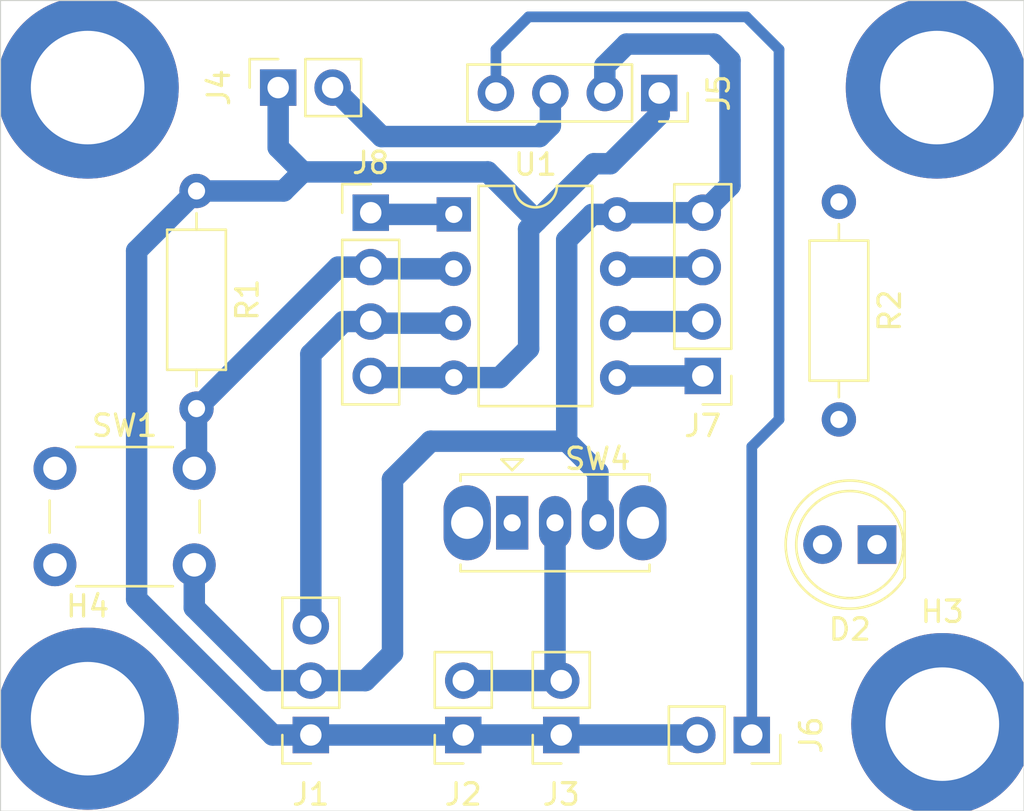
<source format=kicad_pcb>
(kicad_pcb (version 20171130) (host pcbnew "(5.1.6)-1")

  (general
    (thickness 1.6)
    (drawings 5)
    (tracks 76)
    (zones 0)
    (modules 18)
    (nets 18)
  )

  (page A4)
  (layers
    (0 F.Cu signal hide)
    (31 B.Cu signal)
    (32 B.Adhes user hide)
    (33 F.Adhes user hide)
    (34 B.Paste user hide)
    (35 F.Paste user hide)
    (36 B.SilkS user hide)
    (37 F.SilkS user hide)
    (38 B.Mask user hide)
    (39 F.Mask user hide)
    (40 Dwgs.User user hide)
    (41 Cmts.User user hide)
    (42 Eco1.User user hide)
    (43 Eco2.User user hide)
    (44 Edge.Cuts user)
    (45 Margin user hide)
    (46 B.CrtYd user hide)
    (47 F.CrtYd user hide)
    (48 B.Fab user hide)
    (49 F.Fab user hide)
  )

  (setup
    (last_trace_width 0.25)
    (user_trace_width 0.5)
    (user_trace_width 1)
    (user_trace_width 1.5)
    (user_trace_width 2)
    (trace_clearance 0.2)
    (zone_clearance 0.508)
    (zone_45_only no)
    (trace_min 0.2)
    (via_size 0.8)
    (via_drill 0.4)
    (via_min_size 0.4)
    (via_min_drill 0.3)
    (uvia_size 0.3)
    (uvia_drill 0.1)
    (uvias_allowed no)
    (uvia_min_size 0.2)
    (uvia_min_drill 0.1)
    (edge_width 0.05)
    (segment_width 0.2)
    (pcb_text_width 0.2)
    (pcb_text_size 1.5 1.5)
    (mod_edge_width 0.12)
    (mod_text_size 1 1)
    (mod_text_width 0.15)
    (pad_size 5.5 5.5)
    (pad_drill 5)
    (pad_to_mask_clearance 0.05)
    (aux_axis_origin 91.44 114.3)
    (visible_elements 7FFFFFFF)
    (pcbplotparams
      (layerselection 0x01000_fffffffe)
      (usegerberextensions false)
      (usegerberattributes true)
      (usegerberadvancedattributes true)
      (creategerberjobfile true)
      (excludeedgelayer true)
      (linewidth 0.100000)
      (plotframeref false)
      (viasonmask false)
      (mode 1)
      (useauxorigin true)
      (hpglpennumber 1)
      (hpglpenspeed 20)
      (hpglpendiameter 15.000000)
      (psnegative false)
      (psa4output false)
      (plotreference true)
      (plotvalue true)
      (plotinvisibletext false)
      (padsonsilk false)
      (subtractmaskfromsilk false)
      (outputformat 1)
      (mirror false)
      (drillshape 0)
      (scaleselection 1)
      (outputdirectory "gerber/"))
  )

  (net 0 "")
  (net 1 "Net-(J2-Pad2)")
  (net 2 GND)
  (net 3 fan-relay-12v)
  (net 4 5v)
  (net 5 z-probe)
  (net 6 "Net-(D2-Pad1)")
  (net 7 "Net-(SW4-Pad1)")
  (net 8 LED-mode-SW)
  (net 9 LED-signal)
  (net 10 "Net-(J7-Pad3)")
  (net 11 "Net-(J8-Pad1)")
  (net 12 "Net-(H1-Pad1)")
  (net 13 "Net-(H2-Pad1)")
  (net 14 "Net-(H3-Pad1)")
  (net 15 "Net-(H4-Pad1)")
  (net 16 "Net-(J7-Pad2)")
  (net 17 "Net-(J7-Pad1)")

  (net_class Default "This is the default net class."
    (clearance 0.2)
    (trace_width 0.25)
    (via_dia 0.8)
    (via_drill 0.4)
    (uvia_dia 0.3)
    (uvia_drill 0.1)
    (add_net 5v)
    (add_net GND)
    (add_net LED-mode-SW)
    (add_net LED-signal)
    (add_net "Net-(D2-Pad1)")
    (add_net "Net-(H1-Pad1)")
    (add_net "Net-(H2-Pad1)")
    (add_net "Net-(H3-Pad1)")
    (add_net "Net-(H4-Pad1)")
    (add_net "Net-(J2-Pad2)")
    (add_net "Net-(J7-Pad1)")
    (add_net "Net-(J7-Pad2)")
    (add_net "Net-(J7-Pad3)")
    (add_net "Net-(J8-Pad1)")
    (add_net "Net-(SW4-Pad1)")
    (add_net fan-relay-12v)
    (add_net z-probe)
  )

  (module Connector_PinSocket_2.54mm:PinSocket_1x04_P2.54mm_Vertical (layer F.Cu) (tedit 5A19A429) (tstamp 5FD04C01)
    (at 122.174 80.772 270)
    (descr "Through hole straight socket strip, 1x04, 2.54mm pitch, single row (from Kicad 4.0.7), script generated")
    (tags "Through hole socket strip THT 1x04 2.54mm single row")
    (path /5F1ABEAB)
    (fp_text reference J5 (at 0 -2.77 90) (layer F.SilkS)
      (effects (font (size 1 1) (thickness 0.15)))
    )
    (fp_text value INPUT (at 0 10.39 90) (layer F.Fab)
      (effects (font (size 1 1) (thickness 0.15)))
    )
    (fp_line (start -1.8 9.4) (end -1.8 -1.8) (layer F.CrtYd) (width 0.05))
    (fp_line (start 1.75 9.4) (end -1.8 9.4) (layer F.CrtYd) (width 0.05))
    (fp_line (start 1.75 -1.8) (end 1.75 9.4) (layer F.CrtYd) (width 0.05))
    (fp_line (start -1.8 -1.8) (end 1.75 -1.8) (layer F.CrtYd) (width 0.05))
    (fp_line (start 0 -1.33) (end 1.33 -1.33) (layer F.SilkS) (width 0.12))
    (fp_line (start 1.33 -1.33) (end 1.33 0) (layer F.SilkS) (width 0.12))
    (fp_line (start 1.33 1.27) (end 1.33 8.95) (layer F.SilkS) (width 0.12))
    (fp_line (start -1.33 8.95) (end 1.33 8.95) (layer F.SilkS) (width 0.12))
    (fp_line (start -1.33 1.27) (end -1.33 8.95) (layer F.SilkS) (width 0.12))
    (fp_line (start -1.33 1.27) (end 1.33 1.27) (layer F.SilkS) (width 0.12))
    (fp_line (start -1.27 8.89) (end -1.27 -1.27) (layer F.Fab) (width 0.1))
    (fp_line (start 1.27 8.89) (end -1.27 8.89) (layer F.Fab) (width 0.1))
    (fp_line (start 1.27 -0.635) (end 1.27 8.89) (layer F.Fab) (width 0.1))
    (fp_line (start 0.635 -1.27) (end 1.27 -0.635) (layer F.Fab) (width 0.1))
    (fp_line (start -1.27 -1.27) (end 0.635 -1.27) (layer F.Fab) (width 0.1))
    (fp_text user %R (at 0 3.81) (layer F.Fab)
      (effects (font (size 1 1) (thickness 0.15)))
    )
    (pad 4 thru_hole oval (at 0 7.62 270) (size 1.7 1.7) (drill 1) (layers *.Cu *.Mask)
      (net 5 z-probe))
    (pad 3 thru_hole oval (at 0 5.08 270) (size 1.7 1.7) (drill 1) (layers *.Cu *.Mask)
      (net 3 fan-relay-12v))
    (pad 2 thru_hole oval (at 0 2.54 270) (size 1.7 1.7) (drill 1) (layers *.Cu *.Mask)
      (net 4 5v))
    (pad 1 thru_hole rect (at 0 0 270) (size 1.7 1.7) (drill 1) (layers *.Cu *.Mask)
      (net 2 GND))
    (model ${KISYS3DMOD}/Connector_PinSocket_2.54mm.3dshapes/PinSocket_1x04_P2.54mm_Vertical.wrl
      (at (xyz 0 0 0))
      (scale (xyz 1 1 1))
      (rotate (xyz 0 0 0))
    )
  )

  (module Package_DIP:DIP-8_W7.62mm (layer F.Cu) (tedit 5A02E8C5) (tstamp 5FD030EE)
    (at 112.588 86.438)
    (descr "8-lead though-hole mounted DIP package, row spacing 7.62 mm (300 mils)")
    (tags "THT DIP DIL PDIP 2.54mm 7.62mm 300mil")
    (path /5FA140F2)
    (fp_text reference U1 (at 3.81 -2.33) (layer F.SilkS)
      (effects (font (size 1 1) (thickness 0.15)))
    )
    (fp_text value ATtiny85-20PU (at 3.81 9.95) (layer F.Fab)
      (effects (font (size 1 1) (thickness 0.15)))
    )
    (fp_line (start 1.635 -1.27) (end 6.985 -1.27) (layer F.Fab) (width 0.1))
    (fp_line (start 6.985 -1.27) (end 6.985 8.89) (layer F.Fab) (width 0.1))
    (fp_line (start 6.985 8.89) (end 0.635 8.89) (layer F.Fab) (width 0.1))
    (fp_line (start 0.635 8.89) (end 0.635 -0.27) (layer F.Fab) (width 0.1))
    (fp_line (start 0.635 -0.27) (end 1.635 -1.27) (layer F.Fab) (width 0.1))
    (fp_line (start 2.81 -1.33) (end 1.16 -1.33) (layer F.SilkS) (width 0.12))
    (fp_line (start 1.16 -1.33) (end 1.16 8.95) (layer F.SilkS) (width 0.12))
    (fp_line (start 1.16 8.95) (end 6.46 8.95) (layer F.SilkS) (width 0.12))
    (fp_line (start 6.46 8.95) (end 6.46 -1.33) (layer F.SilkS) (width 0.12))
    (fp_line (start 6.46 -1.33) (end 4.81 -1.33) (layer F.SilkS) (width 0.12))
    (fp_line (start -1.1 -1.55) (end -1.1 9.15) (layer F.CrtYd) (width 0.05))
    (fp_line (start -1.1 9.15) (end 8.7 9.15) (layer F.CrtYd) (width 0.05))
    (fp_line (start 8.7 9.15) (end 8.7 -1.55) (layer F.CrtYd) (width 0.05))
    (fp_line (start 8.7 -1.55) (end -1.1 -1.55) (layer F.CrtYd) (width 0.05))
    (fp_text user %R (at 3.81 3.81) (layer F.Fab)
      (effects (font (size 1 1) (thickness 0.15)))
    )
    (fp_arc (start 3.81 -1.33) (end 2.81 -1.33) (angle -180) (layer F.SilkS) (width 0.12))
    (pad 8 thru_hole oval (at 7.62 0) (size 1.6 1.6) (drill 0.8) (layers *.Cu *.Mask)
      (net 4 5v))
    (pad 4 thru_hole oval (at 0 7.62) (size 1.6 1.6) (drill 0.8) (layers *.Cu *.Mask)
      (net 2 GND))
    (pad 7 thru_hole oval (at 7.62 2.54) (size 1.6 1.6) (drill 0.8) (layers *.Cu *.Mask)
      (net 10 "Net-(J7-Pad3)"))
    (pad 3 thru_hole oval (at 0 5.08) (size 1.6 1.6) (drill 0.8) (layers *.Cu *.Mask)
      (net 9 LED-signal))
    (pad 6 thru_hole oval (at 7.62 5.08) (size 1.6 1.6) (drill 0.8) (layers *.Cu *.Mask)
      (net 16 "Net-(J7-Pad2)"))
    (pad 2 thru_hole oval (at 0 2.54) (size 1.6 1.6) (drill 0.8) (layers *.Cu *.Mask)
      (net 8 LED-mode-SW))
    (pad 5 thru_hole oval (at 7.62 7.62) (size 1.6 1.6) (drill 0.8) (layers *.Cu *.Mask)
      (net 17 "Net-(J7-Pad1)"))
    (pad 1 thru_hole rect (at 0 0) (size 1.6 1.6) (drill 0.8) (layers *.Cu *.Mask)
      (net 11 "Net-(J8-Pad1)"))
    (model ${KISYS3DMOD}/Package_DIP.3dshapes/DIP-8_W7.62mm.wrl
      (at (xyz 0 0 0))
      (scale (xyz 1 1 1))
      (rotate (xyz 0 0 0))
    )
  )

  (module Button_Switch_THT:SW_Slide_1P2T_CK_OS102011MS2Q (layer F.Cu) (tedit 5C5044D5) (tstamp 5FD030D2)
    (at 115.312 100.838)
    (descr "CuK miniature slide switch, OS series, SPDT, https://www.ckswitches.com/media/1428/os.pdf")
    (tags "switch SPDT")
    (path /5F1EDD5C)
    (fp_text reference SW4 (at 3.99 -2.99) (layer F.SilkS)
      (effects (font (size 1 1) (thickness 0.15)))
    )
    (fp_text value X (at 2 3) (layer F.Fab)
      (effects (font (size 1 1) (thickness 0.15)))
    )
    (fp_line (start 0.5 -2.15) (end 6.3 -2.15) (layer F.Fab) (width 0.1))
    (fp_line (start 6.3 -2.15) (end 6.3 2.15) (layer F.Fab) (width 0.1))
    (fp_line (start 6.3 2.15) (end -2.3 2.15) (layer F.Fab) (width 0.1))
    (fp_line (start -2.3 2.15) (end -2.3 -2.15) (layer F.Fab) (width 0.1))
    (fp_line (start 0 -1) (end 4 -1) (layer F.Fab) (width 0.1))
    (fp_line (start 4 -1) (end 4 1) (layer F.Fab) (width 0.1))
    (fp_line (start 0 1) (end 4 1) (layer F.Fab) (width 0.1))
    (fp_line (start 0 -1) (end 0 1) (layer F.Fab) (width 0.1))
    (fp_line (start 0.66 -1) (end 0.66 1) (layer F.Fab) (width 0.1))
    (fp_line (start 1.34 -1) (end 1.34 1) (layer F.Fab) (width 0.1))
    (fp_line (start 2 -1) (end 2 1) (layer F.Fab) (width 0.1))
    (fp_line (start -2.3 -2.15) (end -0.5 -2.15) (layer F.Fab) (width 0.1))
    (fp_line (start -2.41 -2.26) (end 6.41 -2.26) (layer F.SilkS) (width 0.12))
    (fp_line (start 6.41 -2.26) (end 6.41 -1.95) (layer F.SilkS) (width 0.12))
    (fp_line (start 6.41 2.26) (end -2.41 2.26) (layer F.SilkS) (width 0.12))
    (fp_line (start -2.41 -1.95) (end -2.41 -2.26) (layer F.SilkS) (width 0.12))
    (fp_line (start -2.41 2.26) (end -2.41 1.95) (layer F.SilkS) (width 0.12))
    (fp_line (start 6.41 2.26) (end 6.41 1.95) (layer F.SilkS) (width 0.12))
    (fp_line (start -3.45 -2.4) (end 7.45 -2.4) (layer B.CrtYd) (width 0.05))
    (fp_line (start 7.45 -2.4) (end 7.45 2.4) (layer B.CrtYd) (width 0.05))
    (fp_line (start 7.45 2.4) (end -3.45 2.4) (layer B.CrtYd) (width 0.05))
    (fp_line (start -3.45 2.4) (end -3.45 -2.4) (layer B.CrtYd) (width 0.05))
    (fp_line (start -0.5 -2.15) (end 0 -1.65) (layer F.Fab) (width 0.1))
    (fp_line (start 0 -1.65) (end 0.5 -2.15) (layer F.Fab) (width 0.1))
    (fp_line (start -0.5 -2.96) (end 0 -2.46) (layer F.SilkS) (width 0.12))
    (fp_line (start 0 -2.46) (end 0.5 -2.96) (layer F.SilkS) (width 0.12))
    (fp_line (start 0.5 -2.96) (end -0.5 -2.96) (layer F.SilkS) (width 0.12))
    (fp_text user %R (at 3.99 -2.99) (layer F.Fab)
      (effects (font (size 1 1) (thickness 0.15)))
    )
    (pad "" thru_hole oval (at 6.1 0) (size 2.2 3.5) (drill 1.5) (layers *.Cu *.Mask))
    (pad "" thru_hole oval (at -2.1 0) (size 2.2 3.5) (drill 1.5) (layers *.Cu *.Mask))
    (pad 3 thru_hole oval (at 4 0) (size 1.5 2.5) (drill 0.8) (layers *.Cu *.Mask)
      (net 4 5v))
    (pad 2 thru_hole oval (at 2 0) (size 1.5 2.5) (drill 0.8) (layers *.Cu *.Mask)
      (net 1 "Net-(J2-Pad2)"))
    (pad 1 thru_hole rect (at 0 0) (size 1.5 2.5) (drill 0.8) (layers *.Cu *.Mask)
      (net 7 "Net-(SW4-Pad1)"))
    (model ${KISYS3DMOD}/Button_Switch_THT.3dshapes/SW_Slide_1P2T_CK_OS102011MS2Q.wrl
      (at (xyz 0 0 0))
      (scale (xyz 1 1 1))
      (rotate (xyz 0 0 0))
    )
  )

  (module Button_Switch_THT:SW_PUSH_6mm (layer F.Cu) (tedit 5A02FE31) (tstamp 5FD030AD)
    (at 93.98 98.298)
    (descr https://www.omron.com/ecb/products/pdf/en-b3f.pdf)
    (tags "tact sw push 6mm")
    (path /5FA24538)
    (fp_text reference SW1 (at 3.25 -2) (layer F.SilkS)
      (effects (font (size 1 1) (thickness 0.15)))
    )
    (fp_text value LED-MODE (at -10.518 1.706) (layer F.Fab)
      (effects (font (size 1 1) (thickness 0.15)))
    )
    (fp_line (start 3.25 -0.75) (end 6.25 -0.75) (layer F.Fab) (width 0.1))
    (fp_line (start 6.25 -0.75) (end 6.25 5.25) (layer F.Fab) (width 0.1))
    (fp_line (start 6.25 5.25) (end 0.25 5.25) (layer F.Fab) (width 0.1))
    (fp_line (start 0.25 5.25) (end 0.25 -0.75) (layer F.Fab) (width 0.1))
    (fp_line (start 0.25 -0.75) (end 3.25 -0.75) (layer F.Fab) (width 0.1))
    (fp_line (start 7.75 6) (end 8 6) (layer F.CrtYd) (width 0.05))
    (fp_line (start 8 6) (end 8 5.75) (layer F.CrtYd) (width 0.05))
    (fp_line (start 7.75 -1.5) (end 8 -1.5) (layer F.CrtYd) (width 0.05))
    (fp_line (start 8 -1.5) (end 8 -1.25) (layer F.CrtYd) (width 0.05))
    (fp_line (start -1.5 -1.25) (end -1.5 -1.5) (layer F.CrtYd) (width 0.05))
    (fp_line (start -1.5 -1.5) (end -1.25 -1.5) (layer F.CrtYd) (width 0.05))
    (fp_line (start -1.5 5.75) (end -1.5 6) (layer F.CrtYd) (width 0.05))
    (fp_line (start -1.5 6) (end -1.25 6) (layer F.CrtYd) (width 0.05))
    (fp_line (start -1.25 -1.5) (end 7.75 -1.5) (layer F.CrtYd) (width 0.05))
    (fp_line (start -1.5 5.75) (end -1.5 -1.25) (layer F.CrtYd) (width 0.05))
    (fp_line (start 7.75 6) (end -1.25 6) (layer F.CrtYd) (width 0.05))
    (fp_line (start 8 -1.25) (end 8 5.75) (layer F.CrtYd) (width 0.05))
    (fp_line (start 1 5.5) (end 5.5 5.5) (layer F.SilkS) (width 0.12))
    (fp_line (start -0.25 1.5) (end -0.25 3) (layer F.SilkS) (width 0.12))
    (fp_line (start 5.5 -1) (end 1 -1) (layer F.SilkS) (width 0.12))
    (fp_line (start 6.75 3) (end 6.75 1.5) (layer F.SilkS) (width 0.12))
    (fp_circle (center 3.25 2.25) (end 1.25 2.5) (layer F.Fab) (width 0.1))
    (fp_text user %R (at 3.25 2.25) (layer F.Fab)
      (effects (font (size 1 1) (thickness 0.15)))
    )
    (pad 1 thru_hole circle (at 6.5 0 90) (size 2 2) (drill 1.1) (layers *.Cu *.Mask)
      (net 8 LED-mode-SW))
    (pad 2 thru_hole circle (at 6.5 4.5 90) (size 2 2) (drill 1.1) (layers *.Cu *.Mask)
      (net 4 5v))
    (pad 1 thru_hole circle (at 0 0 90) (size 2 2) (drill 1.1) (layers *.Cu *.Mask)
      (net 8 LED-mode-SW))
    (pad 2 thru_hole circle (at 0 4.5 90) (size 2 2) (drill 1.1) (layers *.Cu *.Mask)
      (net 4 5v))
    (model ${KISYS3DMOD}/Button_Switch_THT.3dshapes/SW_PUSH_6mm.wrl
      (at (xyz 0 0 0))
      (scale (xyz 1 1 1))
      (rotate (xyz 0 0 0))
    )
  )

  (module Resistor_THT:R_Axial_DIN0207_L6.3mm_D2.5mm_P10.16mm_Horizontal (layer F.Cu) (tedit 5AE5139B) (tstamp 5FD03077)
    (at 130.556 85.852 270)
    (descr "Resistor, Axial_DIN0207 series, Axial, Horizontal, pin pitch=10.16mm, 0.25W = 1/4W, length*diameter=6.3*2.5mm^2, http://cdn-reichelt.de/documents/datenblatt/B400/1_4W%23YAG.pdf")
    (tags "Resistor Axial_DIN0207 series Axial Horizontal pin pitch 10.16mm 0.25W = 1/4W length 6.3mm diameter 2.5mm")
    (path /5F1C9DC8)
    (fp_text reference R2 (at 5.08 -2.37 90) (layer F.SilkS)
      (effects (font (size 1 1) (thickness 0.15)))
    )
    (fp_text value 10k (at 5.08 2.37 90) (layer F.Fab)
      (effects (font (size 1 1) (thickness 0.15)))
    )
    (fp_line (start 1.93 -1.25) (end 1.93 1.25) (layer F.Fab) (width 0.1))
    (fp_line (start 1.93 1.25) (end 8.23 1.25) (layer F.Fab) (width 0.1))
    (fp_line (start 8.23 1.25) (end 8.23 -1.25) (layer F.Fab) (width 0.1))
    (fp_line (start 8.23 -1.25) (end 1.93 -1.25) (layer F.Fab) (width 0.1))
    (fp_line (start 0 0) (end 1.93 0) (layer F.Fab) (width 0.1))
    (fp_line (start 10.16 0) (end 8.23 0) (layer F.Fab) (width 0.1))
    (fp_line (start 1.81 -1.37) (end 1.81 1.37) (layer F.SilkS) (width 0.12))
    (fp_line (start 1.81 1.37) (end 8.35 1.37) (layer F.SilkS) (width 0.12))
    (fp_line (start 8.35 1.37) (end 8.35 -1.37) (layer F.SilkS) (width 0.12))
    (fp_line (start 8.35 -1.37) (end 1.81 -1.37) (layer F.SilkS) (width 0.12))
    (fp_line (start 1.04 0) (end 1.81 0) (layer F.SilkS) (width 0.12))
    (fp_line (start 9.12 0) (end 8.35 0) (layer F.SilkS) (width 0.12))
    (fp_line (start -1.05 -1.5) (end -1.05 1.5) (layer F.CrtYd) (width 0.05))
    (fp_line (start -1.05 1.5) (end 11.21 1.5) (layer F.CrtYd) (width 0.05))
    (fp_line (start 11.21 1.5) (end 11.21 -1.5) (layer F.CrtYd) (width 0.05))
    (fp_line (start 11.21 -1.5) (end -1.05 -1.5) (layer F.CrtYd) (width 0.05))
    (fp_text user %R (at 5.08 0 90) (layer F.Fab)
      (effects (font (size 1 1) (thickness 0.15)))
    )
    (pad 2 thru_hole oval (at 10.16 0 270) (size 1.6 1.6) (drill 0.8) (layers *.Cu *.Mask)
      (net 6 "Net-(D2-Pad1)"))
    (pad 1 thru_hole circle (at 0 0 270) (size 1.6 1.6) (drill 0.8) (layers *.Cu *.Mask)
      (net 4 5v))
    (model ${KISYS3DMOD}/Resistor_THT.3dshapes/R_Axial_DIN0207_L6.3mm_D2.5mm_P10.16mm_Horizontal.wrl
      (at (xyz 0 0 0))
      (scale (xyz 1 1 1))
      (rotate (xyz 0 0 0))
    )
  )

  (module Resistor_THT:R_Axial_DIN0207_L6.3mm_D2.5mm_P10.16mm_Horizontal (layer F.Cu) (tedit 5AE5139B) (tstamp 5FD03060)
    (at 100.584 85.344 270)
    (descr "Resistor, Axial_DIN0207 series, Axial, Horizontal, pin pitch=10.16mm, 0.25W = 1/4W, length*diameter=6.3*2.5mm^2, http://cdn-reichelt.de/documents/datenblatt/B400/1_4W%23YAG.pdf")
    (tags "Resistor Axial_DIN0207 series Axial Horizontal pin pitch 10.16mm 0.25W = 1/4W length 6.3mm diameter 2.5mm")
    (path /5FA8E1A9)
    (fp_text reference R1 (at 5.08 -2.37 90) (layer F.SilkS)
      (effects (font (size 1 1) (thickness 0.15)))
    )
    (fp_text value 10k (at 5.08 2.37 90) (layer F.Fab)
      (effects (font (size 1 1) (thickness 0.15)))
    )
    (fp_line (start 1.93 -1.25) (end 1.93 1.25) (layer F.Fab) (width 0.1))
    (fp_line (start 1.93 1.25) (end 8.23 1.25) (layer F.Fab) (width 0.1))
    (fp_line (start 8.23 1.25) (end 8.23 -1.25) (layer F.Fab) (width 0.1))
    (fp_line (start 8.23 -1.25) (end 1.93 -1.25) (layer F.Fab) (width 0.1))
    (fp_line (start 0 0) (end 1.93 0) (layer F.Fab) (width 0.1))
    (fp_line (start 10.16 0) (end 8.23 0) (layer F.Fab) (width 0.1))
    (fp_line (start 1.81 -1.37) (end 1.81 1.37) (layer F.SilkS) (width 0.12))
    (fp_line (start 1.81 1.37) (end 8.35 1.37) (layer F.SilkS) (width 0.12))
    (fp_line (start 8.35 1.37) (end 8.35 -1.37) (layer F.SilkS) (width 0.12))
    (fp_line (start 8.35 -1.37) (end 1.81 -1.37) (layer F.SilkS) (width 0.12))
    (fp_line (start 1.04 0) (end 1.81 0) (layer F.SilkS) (width 0.12))
    (fp_line (start 9.12 0) (end 8.35 0) (layer F.SilkS) (width 0.12))
    (fp_line (start -1.05 -1.5) (end -1.05 1.5) (layer F.CrtYd) (width 0.05))
    (fp_line (start -1.05 1.5) (end 11.21 1.5) (layer F.CrtYd) (width 0.05))
    (fp_line (start 11.21 1.5) (end 11.21 -1.5) (layer F.CrtYd) (width 0.05))
    (fp_line (start 11.21 -1.5) (end -1.05 -1.5) (layer F.CrtYd) (width 0.05))
    (fp_text user %R (at 5.08 0 90) (layer F.Fab)
      (effects (font (size 1 1) (thickness 0.15)))
    )
    (pad 2 thru_hole oval (at 10.16 0 270) (size 1.6 1.6) (drill 0.8) (layers *.Cu *.Mask)
      (net 8 LED-mode-SW))
    (pad 1 thru_hole circle (at 0 0 270) (size 1.6 1.6) (drill 0.8) (layers *.Cu *.Mask)
      (net 2 GND))
    (model ${KISYS3DMOD}/Resistor_THT.3dshapes/R_Axial_DIN0207_L6.3mm_D2.5mm_P10.16mm_Horizontal.wrl
      (at (xyz 0 0 0))
      (scale (xyz 1 1 1))
      (rotate (xyz 0 0 0))
    )
  )

  (module Connector_PinHeader_2.54mm:PinHeader_1x04_P2.54mm_Vertical (layer F.Cu) (tedit 59FED5CC) (tstamp 5FD03049)
    (at 108.712 86.36)
    (descr "Through hole straight pin header, 1x04, 2.54mm pitch, single row")
    (tags "Through hole pin header THT 1x04 2.54mm single row")
    (path /5FAAE193)
    (fp_text reference J8 (at 0 -2.33) (layer F.SilkS)
      (effects (font (size 1 1) (thickness 0.15)))
    )
    (fp_text value tiny-conn (at 0 9.95) (layer F.Fab)
      (effects (font (size 1 1) (thickness 0.15)))
    )
    (fp_line (start -0.635 -1.27) (end 1.27 -1.27) (layer F.Fab) (width 0.1))
    (fp_line (start 1.27 -1.27) (end 1.27 8.89) (layer F.Fab) (width 0.1))
    (fp_line (start 1.27 8.89) (end -1.27 8.89) (layer F.Fab) (width 0.1))
    (fp_line (start -1.27 8.89) (end -1.27 -0.635) (layer F.Fab) (width 0.1))
    (fp_line (start -1.27 -0.635) (end -0.635 -1.27) (layer F.Fab) (width 0.1))
    (fp_line (start -1.33 8.95) (end 1.33 8.95) (layer F.SilkS) (width 0.12))
    (fp_line (start -1.33 1.27) (end -1.33 8.95) (layer F.SilkS) (width 0.12))
    (fp_line (start 1.33 1.27) (end 1.33 8.95) (layer F.SilkS) (width 0.12))
    (fp_line (start -1.33 1.27) (end 1.33 1.27) (layer F.SilkS) (width 0.12))
    (fp_line (start -1.33 0) (end -1.33 -1.33) (layer F.SilkS) (width 0.12))
    (fp_line (start -1.33 -1.33) (end 0 -1.33) (layer F.SilkS) (width 0.12))
    (fp_line (start -1.8 -1.8) (end -1.8 9.4) (layer F.CrtYd) (width 0.05))
    (fp_line (start -1.8 9.4) (end 1.8 9.4) (layer F.CrtYd) (width 0.05))
    (fp_line (start 1.8 9.4) (end 1.8 -1.8) (layer F.CrtYd) (width 0.05))
    (fp_line (start 1.8 -1.8) (end -1.8 -1.8) (layer F.CrtYd) (width 0.05))
    (fp_text user %R (at 0 3.81 90) (layer F.Fab)
      (effects (font (size 1 1) (thickness 0.15)))
    )
    (pad 4 thru_hole oval (at 0 7.62) (size 1.7 1.7) (drill 1) (layers *.Cu *.Mask)
      (net 2 GND))
    (pad 3 thru_hole oval (at 0 5.08) (size 1.7 1.7) (drill 1) (layers *.Cu *.Mask)
      (net 9 LED-signal))
    (pad 2 thru_hole oval (at 0 2.54) (size 1.7 1.7) (drill 1) (layers *.Cu *.Mask)
      (net 8 LED-mode-SW))
    (pad 1 thru_hole rect (at 0 0) (size 1.7 1.7) (drill 1) (layers *.Cu *.Mask)
      (net 11 "Net-(J8-Pad1)"))
    (model ${KISYS3DMOD}/Connector_PinHeader_2.54mm.3dshapes/PinHeader_1x04_P2.54mm_Vertical.wrl
      (at (xyz 0 0 0))
      (scale (xyz 1 1 1))
      (rotate (xyz 0 0 0))
    )
  )

  (module Connector_PinHeader_2.54mm:PinHeader_1x04_P2.54mm_Vertical (layer F.Cu) (tedit 59FED5CC) (tstamp 5FD03031)
    (at 124.206 93.98 180)
    (descr "Through hole straight pin header, 1x04, 2.54mm pitch, single row")
    (tags "Through hole pin header THT 1x04 2.54mm single row")
    (path /5FAAEC7B)
    (fp_text reference J7 (at 0 -2.33) (layer F.SilkS)
      (effects (font (size 1 1) (thickness 0.15)))
    )
    (fp_text value tiny-conn (at 0 9.95) (layer F.Fab)
      (effects (font (size 1 1) (thickness 0.15)))
    )
    (fp_line (start -0.635 -1.27) (end 1.27 -1.27) (layer F.Fab) (width 0.1))
    (fp_line (start 1.27 -1.27) (end 1.27 8.89) (layer F.Fab) (width 0.1))
    (fp_line (start 1.27 8.89) (end -1.27 8.89) (layer F.Fab) (width 0.1))
    (fp_line (start -1.27 8.89) (end -1.27 -0.635) (layer F.Fab) (width 0.1))
    (fp_line (start -1.27 -0.635) (end -0.635 -1.27) (layer F.Fab) (width 0.1))
    (fp_line (start -1.33 8.95) (end 1.33 8.95) (layer F.SilkS) (width 0.12))
    (fp_line (start -1.33 1.27) (end -1.33 8.95) (layer F.SilkS) (width 0.12))
    (fp_line (start 1.33 1.27) (end 1.33 8.95) (layer F.SilkS) (width 0.12))
    (fp_line (start -1.33 1.27) (end 1.33 1.27) (layer F.SilkS) (width 0.12))
    (fp_line (start -1.33 0) (end -1.33 -1.33) (layer F.SilkS) (width 0.12))
    (fp_line (start -1.33 -1.33) (end 0 -1.33) (layer F.SilkS) (width 0.12))
    (fp_line (start -1.8 -1.8) (end -1.8 9.4) (layer F.CrtYd) (width 0.05))
    (fp_line (start -1.8 9.4) (end 1.8 9.4) (layer F.CrtYd) (width 0.05))
    (fp_line (start 1.8 9.4) (end 1.8 -1.8) (layer F.CrtYd) (width 0.05))
    (fp_line (start 1.8 -1.8) (end -1.8 -1.8) (layer F.CrtYd) (width 0.05))
    (fp_text user %R (at 0 3.81 90) (layer F.Fab)
      (effects (font (size 1 1) (thickness 0.15)))
    )
    (pad 4 thru_hole oval (at 0 7.62 180) (size 1.7 1.7) (drill 1) (layers *.Cu *.Mask)
      (net 4 5v))
    (pad 3 thru_hole oval (at 0 5.08 180) (size 1.7 1.7) (drill 1) (layers *.Cu *.Mask)
      (net 10 "Net-(J7-Pad3)"))
    (pad 2 thru_hole oval (at 0 2.54 180) (size 1.7 1.7) (drill 1) (layers *.Cu *.Mask)
      (net 16 "Net-(J7-Pad2)"))
    (pad 1 thru_hole rect (at 0 0 180) (size 1.7 1.7) (drill 1) (layers *.Cu *.Mask)
      (net 17 "Net-(J7-Pad1)"))
    (model ${KISYS3DMOD}/Connector_PinHeader_2.54mm.3dshapes/PinHeader_1x04_P2.54mm_Vertical.wrl
      (at (xyz 0 0 0))
      (scale (xyz 1 1 1))
      (rotate (xyz 0 0 0))
    )
  )

  (module Connector_PinSocket_2.54mm:PinSocket_1x02_P2.54mm_Vertical (layer F.Cu) (tedit 5A19A420) (tstamp 5FD03019)
    (at 126.492 110.744 270)
    (descr "Through hole straight socket strip, 1x02, 2.54mm pitch, single row (from Kicad 4.0.7), script generated")
    (tags "Through hole socket strip THT 1x02 2.54mm single row")
    (path /5F1C862A)
    (fp_text reference J6 (at 0 -2.77 90) (layer F.SilkS)
      (effects (font (size 1 1) (thickness 0.15)))
    )
    (fp_text value PROBE (at 0 5.31 90) (layer F.Fab)
      (effects (font (size 1 1) (thickness 0.15)))
    )
    (fp_line (start -1.27 -1.27) (end 0.635 -1.27) (layer F.Fab) (width 0.1))
    (fp_line (start 0.635 -1.27) (end 1.27 -0.635) (layer F.Fab) (width 0.1))
    (fp_line (start 1.27 -0.635) (end 1.27 3.81) (layer F.Fab) (width 0.1))
    (fp_line (start 1.27 3.81) (end -1.27 3.81) (layer F.Fab) (width 0.1))
    (fp_line (start -1.27 3.81) (end -1.27 -1.27) (layer F.Fab) (width 0.1))
    (fp_line (start -1.33 1.27) (end 1.33 1.27) (layer F.SilkS) (width 0.12))
    (fp_line (start -1.33 1.27) (end -1.33 3.87) (layer F.SilkS) (width 0.12))
    (fp_line (start -1.33 3.87) (end 1.33 3.87) (layer F.SilkS) (width 0.12))
    (fp_line (start 1.33 1.27) (end 1.33 3.87) (layer F.SilkS) (width 0.12))
    (fp_line (start 1.33 -1.33) (end 1.33 0) (layer F.SilkS) (width 0.12))
    (fp_line (start 0 -1.33) (end 1.33 -1.33) (layer F.SilkS) (width 0.12))
    (fp_line (start -1.8 -1.8) (end 1.75 -1.8) (layer F.CrtYd) (width 0.05))
    (fp_line (start 1.75 -1.8) (end 1.75 4.3) (layer F.CrtYd) (width 0.05))
    (fp_line (start 1.75 4.3) (end -1.8 4.3) (layer F.CrtYd) (width 0.05))
    (fp_line (start -1.8 4.3) (end -1.8 -1.8) (layer F.CrtYd) (width 0.05))
    (fp_text user %R (at 3.048 -0.508) (layer F.Fab)
      (effects (font (size 1 1) (thickness 0.15)))
    )
    (pad 2 thru_hole oval (at 0 2.54 270) (size 1.7 1.7) (drill 1) (layers *.Cu *.Mask)
      (net 2 GND))
    (pad 1 thru_hole rect (at 0 0 270) (size 1.7 1.7) (drill 1) (layers *.Cu *.Mask)
      (net 5 z-probe))
    (model ${KISYS3DMOD}/Connector_PinSocket_2.54mm.3dshapes/PinSocket_1x02_P2.54mm_Vertical.wrl
      (at (xyz 0 0 0))
      (scale (xyz 1 1 1))
      (rotate (xyz 0 0 0))
    )
  )

  (module Connector_PinSocket_2.54mm:PinSocket_1x02_P2.54mm_Vertical (layer F.Cu) (tedit 5A19A420) (tstamp 5FD02FEA)
    (at 104.394 80.518 90)
    (descr "Through hole straight socket strip, 1x02, 2.54mm pitch, single row (from Kicad 4.0.7), script generated")
    (tags "Through hole socket strip THT 1x02 2.54mm single row")
    (path /5F1A8EBA)
    (fp_text reference J4 (at 0 -2.77 90) (layer F.SilkS)
      (effects (font (size 1 1) (thickness 0.15)))
    )
    (fp_text value FAN (at 0 5.31 90) (layer F.Fab)
      (effects (font (size 1 1) (thickness 0.15)))
    )
    (fp_line (start -1.27 -1.27) (end 0.635 -1.27) (layer F.Fab) (width 0.1))
    (fp_line (start 0.635 -1.27) (end 1.27 -0.635) (layer F.Fab) (width 0.1))
    (fp_line (start 1.27 -0.635) (end 1.27 3.81) (layer F.Fab) (width 0.1))
    (fp_line (start 1.27 3.81) (end -1.27 3.81) (layer F.Fab) (width 0.1))
    (fp_line (start -1.27 3.81) (end -1.27 -1.27) (layer F.Fab) (width 0.1))
    (fp_line (start -1.33 1.27) (end 1.33 1.27) (layer F.SilkS) (width 0.12))
    (fp_line (start -1.33 1.27) (end -1.33 3.87) (layer F.SilkS) (width 0.12))
    (fp_line (start -1.33 3.87) (end 1.33 3.87) (layer F.SilkS) (width 0.12))
    (fp_line (start 1.33 1.27) (end 1.33 3.87) (layer F.SilkS) (width 0.12))
    (fp_line (start 1.33 -1.33) (end 1.33 0) (layer F.SilkS) (width 0.12))
    (fp_line (start 0 -1.33) (end 1.33 -1.33) (layer F.SilkS) (width 0.12))
    (fp_line (start -1.8 -1.8) (end 1.75 -1.8) (layer F.CrtYd) (width 0.05))
    (fp_line (start 1.75 -1.8) (end 1.75 4.3) (layer F.CrtYd) (width 0.05))
    (fp_line (start 1.75 4.3) (end -1.8 4.3) (layer F.CrtYd) (width 0.05))
    (fp_line (start -1.8 4.3) (end -1.8 -1.8) (layer F.CrtYd) (width 0.05))
    (fp_text user %R (at 0 1.27) (layer F.Fab)
      (effects (font (size 1 1) (thickness 0.15)))
    )
    (pad 2 thru_hole oval (at 0 2.54 90) (size 1.7 1.7) (drill 1) (layers *.Cu *.Mask)
      (net 3 fan-relay-12v))
    (pad 1 thru_hole rect (at 0 0 90) (size 1.7 1.7) (drill 1) (layers *.Cu *.Mask)
      (net 2 GND))
    (model ${KISYS3DMOD}/Connector_PinSocket_2.54mm.3dshapes/PinSocket_1x02_P2.54mm_Vertical.wrl
      (at (xyz 0 0 0))
      (scale (xyz 1 1 1))
      (rotate (xyz 0 0 0))
    )
  )

  (module Connector_PinSocket_2.54mm:PinSocket_1x02_P2.54mm_Vertical (layer F.Cu) (tedit 5A19A420) (tstamp 5FD02FD4)
    (at 117.602 110.744 180)
    (descr "Through hole straight socket strip, 1x02, 2.54mm pitch, single row (from Kicad 4.0.7), script generated")
    (tags "Through hole socket strip THT 1x02 2.54mm single row")
    (path /5F1A8DC0)
    (fp_text reference J3 (at 0 -2.77) (layer F.SilkS)
      (effects (font (size 1 1) (thickness 0.15)))
    )
    (fp_text value L2 (at 0 5.31) (layer F.Fab)
      (effects (font (size 1 1) (thickness 0.15)))
    )
    (fp_line (start -1.27 -1.27) (end 0.635 -1.27) (layer F.Fab) (width 0.1))
    (fp_line (start 0.635 -1.27) (end 1.27 -0.635) (layer F.Fab) (width 0.1))
    (fp_line (start 1.27 -0.635) (end 1.27 3.81) (layer F.Fab) (width 0.1))
    (fp_line (start 1.27 3.81) (end -1.27 3.81) (layer F.Fab) (width 0.1))
    (fp_line (start -1.27 3.81) (end -1.27 -1.27) (layer F.Fab) (width 0.1))
    (fp_line (start -1.33 1.27) (end 1.33 1.27) (layer F.SilkS) (width 0.12))
    (fp_line (start -1.33 1.27) (end -1.33 3.87) (layer F.SilkS) (width 0.12))
    (fp_line (start -1.33 3.87) (end 1.33 3.87) (layer F.SilkS) (width 0.12))
    (fp_line (start 1.33 1.27) (end 1.33 3.87) (layer F.SilkS) (width 0.12))
    (fp_line (start 1.33 -1.33) (end 1.33 0) (layer F.SilkS) (width 0.12))
    (fp_line (start 0 -1.33) (end 1.33 -1.33) (layer F.SilkS) (width 0.12))
    (fp_line (start -1.8 -1.8) (end 1.75 -1.8) (layer F.CrtYd) (width 0.05))
    (fp_line (start 1.75 -1.8) (end 1.75 4.3) (layer F.CrtYd) (width 0.05))
    (fp_line (start 1.75 4.3) (end -1.8 4.3) (layer F.CrtYd) (width 0.05))
    (fp_line (start -1.8 4.3) (end -1.8 -1.8) (layer F.CrtYd) (width 0.05))
    (fp_text user %R (at 0 1.27 90) (layer F.Fab)
      (effects (font (size 1 1) (thickness 0.15)))
    )
    (pad 2 thru_hole oval (at 0 2.54 180) (size 1.7 1.7) (drill 1) (layers *.Cu *.Mask)
      (net 1 "Net-(J2-Pad2)"))
    (pad 1 thru_hole rect (at 0 0 180) (size 1.7 1.7) (drill 1) (layers *.Cu *.Mask)
      (net 2 GND))
    (model ${KISYS3DMOD}/Connector_PinSocket_2.54mm.3dshapes/PinSocket_1x02_P2.54mm_Vertical.wrl
      (at (xyz 0 0 0))
      (scale (xyz 1 1 1))
      (rotate (xyz 0 0 0))
    )
  )

  (module Connector_PinSocket_2.54mm:PinSocket_1x02_P2.54mm_Vertical (layer F.Cu) (tedit 5A19A420) (tstamp 5FD02FBE)
    (at 113.03 110.744 180)
    (descr "Through hole straight socket strip, 1x02, 2.54mm pitch, single row (from Kicad 4.0.7), script generated")
    (tags "Through hole socket strip THT 1x02 2.54mm single row")
    (path /5F1A8801)
    (fp_text reference J2 (at 0 -2.77) (layer F.SilkS)
      (effects (font (size 1 1) (thickness 0.15)))
    )
    (fp_text value L1 (at 0 5.31) (layer F.Fab)
      (effects (font (size 1 1) (thickness 0.15)))
    )
    (fp_line (start -1.27 -1.27) (end 0.635 -1.27) (layer F.Fab) (width 0.1))
    (fp_line (start 0.635 -1.27) (end 1.27 -0.635) (layer F.Fab) (width 0.1))
    (fp_line (start 1.27 -0.635) (end 1.27 3.81) (layer F.Fab) (width 0.1))
    (fp_line (start 1.27 3.81) (end -1.27 3.81) (layer F.Fab) (width 0.1))
    (fp_line (start -1.27 3.81) (end -1.27 -1.27) (layer F.Fab) (width 0.1))
    (fp_line (start -1.33 1.27) (end 1.33 1.27) (layer F.SilkS) (width 0.12))
    (fp_line (start -1.33 1.27) (end -1.33 3.87) (layer F.SilkS) (width 0.12))
    (fp_line (start -1.33 3.87) (end 1.33 3.87) (layer F.SilkS) (width 0.12))
    (fp_line (start 1.33 1.27) (end 1.33 3.87) (layer F.SilkS) (width 0.12))
    (fp_line (start 1.33 -1.33) (end 1.33 0) (layer F.SilkS) (width 0.12))
    (fp_line (start 0 -1.33) (end 1.33 -1.33) (layer F.SilkS) (width 0.12))
    (fp_line (start -1.8 -1.8) (end 1.75 -1.8) (layer F.CrtYd) (width 0.05))
    (fp_line (start 1.75 -1.8) (end 1.75 4.3) (layer F.CrtYd) (width 0.05))
    (fp_line (start 1.75 4.3) (end -1.8 4.3) (layer F.CrtYd) (width 0.05))
    (fp_line (start -1.8 4.3) (end -1.8 -1.8) (layer F.CrtYd) (width 0.05))
    (fp_text user %R (at 0 1.27 90) (layer F.Fab)
      (effects (font (size 1 1) (thickness 0.15)))
    )
    (pad 2 thru_hole oval (at 0 2.54 180) (size 1.7 1.7) (drill 1) (layers *.Cu *.Mask)
      (net 1 "Net-(J2-Pad2)"))
    (pad 1 thru_hole rect (at 0 0 180) (size 1.7 1.7) (drill 1) (layers *.Cu *.Mask)
      (net 2 GND))
    (model ${KISYS3DMOD}/Connector_PinSocket_2.54mm.3dshapes/PinSocket_1x02_P2.54mm_Vertical.wrl
      (at (xyz 0 0 0))
      (scale (xyz 1 1 1))
      (rotate (xyz 0 0 0))
    )
  )

  (module Connector_PinSocket_2.54mm:PinSocket_1x03_P2.54mm_Vertical (layer F.Cu) (tedit 5A19A429) (tstamp 5FD02FA8)
    (at 105.918 110.744 180)
    (descr "Through hole straight socket strip, 1x03, 2.54mm pitch, single row (from Kicad 4.0.7), script generated")
    (tags "Through hole socket strip THT 1x03 2.54mm single row")
    (path /5FA18EFB)
    (fp_text reference J1 (at 0 -2.77) (layer F.SilkS)
      (effects (font (size 1 1) (thickness 0.15)))
    )
    (fp_text value LEDS (at 0 7.85) (layer F.Fab)
      (effects (font (size 1 1) (thickness 0.15)))
    )
    (fp_line (start -1.27 -1.27) (end 0.635 -1.27) (layer F.Fab) (width 0.1))
    (fp_line (start 0.635 -1.27) (end 1.27 -0.635) (layer F.Fab) (width 0.1))
    (fp_line (start 1.27 -0.635) (end 1.27 6.35) (layer F.Fab) (width 0.1))
    (fp_line (start 1.27 6.35) (end -1.27 6.35) (layer F.Fab) (width 0.1))
    (fp_line (start -1.27 6.35) (end -1.27 -1.27) (layer F.Fab) (width 0.1))
    (fp_line (start -1.33 1.27) (end 1.33 1.27) (layer F.SilkS) (width 0.12))
    (fp_line (start -1.33 1.27) (end -1.33 6.41) (layer F.SilkS) (width 0.12))
    (fp_line (start -1.33 6.41) (end 1.33 6.41) (layer F.SilkS) (width 0.12))
    (fp_line (start 1.33 1.27) (end 1.33 6.41) (layer F.SilkS) (width 0.12))
    (fp_line (start 1.33 -1.33) (end 1.33 0) (layer F.SilkS) (width 0.12))
    (fp_line (start 0 -1.33) (end 1.33 -1.33) (layer F.SilkS) (width 0.12))
    (fp_line (start -1.8 -1.8) (end 1.75 -1.8) (layer F.CrtYd) (width 0.05))
    (fp_line (start 1.75 -1.8) (end 1.75 6.85) (layer F.CrtYd) (width 0.05))
    (fp_line (start 1.75 6.85) (end -1.8 6.85) (layer F.CrtYd) (width 0.05))
    (fp_line (start -1.8 6.85) (end -1.8 -1.8) (layer F.CrtYd) (width 0.05))
    (fp_text user %R (at 0 2.54 90) (layer F.Fab)
      (effects (font (size 1 1) (thickness 0.15)))
    )
    (pad 3 thru_hole oval (at 0 5.08 180) (size 1.7 1.7) (drill 1) (layers *.Cu *.Mask)
      (net 9 LED-signal))
    (pad 2 thru_hole oval (at 0 2.54 180) (size 1.7 1.7) (drill 1) (layers *.Cu *.Mask)
      (net 4 5v))
    (pad 1 thru_hole rect (at 0 0 180) (size 1.7 1.7) (drill 1) (layers *.Cu *.Mask)
      (net 2 GND))
    (model ${KISYS3DMOD}/Connector_PinSocket_2.54mm.3dshapes/PinSocket_1x03_P2.54mm_Vertical.wrl
      (at (xyz 0 0 0))
      (scale (xyz 1 1 1))
      (rotate (xyz 0 0 0))
    )
  )

  (module MountingHole:MountingHole_5.3mm_M5_ISO14580_Pad (layer F.Cu) (tedit 56D1B4CB) (tstamp 5FD02F91)
    (at 95.504 109.982)
    (descr "Mounting Hole 5.3mm, M5, ISO14580")
    (tags "mounting hole 5.3mm m5 iso14580")
    (path /5F1FE6A5)
    (attr virtual)
    (fp_text reference H4 (at 0 -5.25) (layer F.SilkS)
      (effects (font (size 1 1) (thickness 0.15)))
    )
    (fp_text value h (at 0 5.25) (layer F.Fab)
      (effects (font (size 1 1) (thickness 0.15)))
    )
    (fp_circle (center 0 0) (end 4.25 0) (layer Cmts.User) (width 0.15))
    (fp_circle (center 0 0) (end 4.5 0) (layer F.CrtYd) (width 0.05))
    (fp_text user %R (at 0.3 0) (layer F.Fab)
      (effects (font (size 1 1) (thickness 0.15)))
    )
    (pad 1 thru_hole circle (at 0 0) (size 8.5 8.5) (drill 5.3) (layers *.Cu *.Mask)
      (net 15 "Net-(H4-Pad1)"))
  )

  (module MountingHole:MountingHole_5.3mm_M5_ISO14580_Pad (layer F.Cu) (tedit 56D1B4CB) (tstamp 5FD02F89)
    (at 135.382 110.236)
    (descr "Mounting Hole 5.3mm, M5, ISO14580")
    (tags "mounting hole 5.3mm m5 iso14580")
    (path /5F1FD4F1)
    (attr virtual)
    (fp_text reference H3 (at 0 -5.25) (layer F.SilkS)
      (effects (font (size 1 1) (thickness 0.15)))
    )
    (fp_text value h (at 0 5.25) (layer F.Fab)
      (effects (font (size 1 1) (thickness 0.15)))
    )
    (fp_circle (center 0 0) (end 4.25 0) (layer Cmts.User) (width 0.15))
    (fp_circle (center 0 0) (end 4.5 0) (layer F.CrtYd) (width 0.05))
    (fp_text user %R (at 0.3 0) (layer F.Fab)
      (effects (font (size 1 1) (thickness 0.15)))
    )
    (pad 1 thru_hole circle (at 0 0) (size 8.5 8.5) (drill 5.3) (layers *.Cu *.Mask)
      (net 14 "Net-(H3-Pad1)"))
  )

  (module MountingHole:MountingHole_5.3mm_M5_ISO14580_Pad (layer F.Cu) (tedit 56D1B4CB) (tstamp 5FD02F81)
    (at 95.504 80.518)
    (descr "Mounting Hole 5.3mm, M5, ISO14580")
    (tags "mounting hole 5.3mm m5 iso14580")
    (path /5F1FE21D)
    (attr virtual)
    (fp_text reference H2 (at 0 -5.25) (layer F.SilkS)
      (effects (font (size 1 1) (thickness 0.15)))
    )
    (fp_text value h (at 0 5.25) (layer F.Fab)
      (effects (font (size 1 1) (thickness 0.15)))
    )
    (fp_circle (center 0 0) (end 4.25 0) (layer Cmts.User) (width 0.15))
    (fp_circle (center 0 0) (end 4.5 0) (layer F.CrtYd) (width 0.05))
    (fp_text user %R (at 0.3 0) (layer F.Fab)
      (effects (font (size 1 1) (thickness 0.15)))
    )
    (pad 1 thru_hole circle (at 0 0) (size 8.5 8.5) (drill 5.3) (layers *.Cu *.Mask)
      (net 13 "Net-(H2-Pad1)"))
  )

  (module MountingHole:MountingHole_5.3mm_M5_ISO14580_Pad (layer F.Cu) (tedit 56D1B4CB) (tstamp 5FD02F79)
    (at 135.128 80.518)
    (descr "Mounting Hole 5.3mm, M5, ISO14580")
    (tags "mounting hole 5.3mm m5 iso14580")
    (path /5F1FC365)
    (attr virtual)
    (fp_text reference H1 (at 0 -5.25) (layer F.SilkS)
      (effects (font (size 1 1) (thickness 0.15)))
    )
    (fp_text value h (at 0 5.25) (layer F.Fab)
      (effects (font (size 1 1) (thickness 0.15)))
    )
    (fp_circle (center 0 0) (end 4.25 0) (layer Cmts.User) (width 0.15))
    (fp_circle (center 0 0) (end 4.5 0) (layer F.CrtYd) (width 0.05))
    (fp_text user %R (at 0.3 0) (layer F.Fab)
      (effects (font (size 1 1) (thickness 0.15)))
    )
    (pad 1 thru_hole circle (at 0 0) (size 8.5 8.5) (drill 5.3) (layers *.Cu *.Mask)
      (net 12 "Net-(H1-Pad1)"))
  )

  (module LED_THT:LED_D5.0mm_Clear (layer F.Cu) (tedit 5A6C9BC0) (tstamp 5FD02F71)
    (at 132.334 101.854 180)
    (descr "LED, diameter 5.0mm, 2 pins, http://cdn-reichelt.de/documents/datenblatt/A500/LL-504BC2E-009.pdf")
    (tags "LED diameter 5.0mm 2 pins")
    (path /5F1C984C)
    (fp_text reference D2 (at 1.27 -3.96) (layer F.SilkS)
      (effects (font (size 1 1) (thickness 0.15)))
    )
    (fp_text value "PROBE LED" (at -6.604 -0.508) (layer F.Fab)
      (effects (font (size 1 1) (thickness 0.15)))
    )
    (fp_line (start -1.23 -1.469694) (end -1.23 1.469694) (layer F.Fab) (width 0.1))
    (fp_line (start -1.29 -1.545) (end -1.29 1.545) (layer F.SilkS) (width 0.12))
    (fp_line (start -1.95 -3.25) (end -1.95 3.25) (layer F.CrtYd) (width 0.05))
    (fp_line (start -1.95 3.25) (end 4.5 3.25) (layer F.CrtYd) (width 0.05))
    (fp_line (start 4.5 3.25) (end 4.5 -3.25) (layer F.CrtYd) (width 0.05))
    (fp_line (start 4.5 -3.25) (end -1.95 -3.25) (layer F.CrtYd) (width 0.05))
    (fp_circle (center 1.27 0) (end 3.77 0) (layer F.Fab) (width 0.1))
    (fp_circle (center 1.27 0) (end 3.77 0) (layer F.SilkS) (width 0.12))
    (fp_arc (start 1.27 0) (end -1.29 1.54483) (angle -148.9) (layer F.SilkS) (width 0.12))
    (fp_arc (start 1.27 0) (end -1.29 -1.54483) (angle 148.9) (layer F.SilkS) (width 0.12))
    (fp_arc (start 1.27 0) (end -1.23 -1.469694) (angle 299.1) (layer F.Fab) (width 0.1))
    (fp_text user %R (at 1.25 0) (layer F.Fab)
      (effects (font (size 0.8 0.8) (thickness 0.2)))
    )
    (pad 2 thru_hole circle (at 2.54 0 180) (size 1.8 1.8) (drill 0.9) (layers *.Cu *.Mask)
      (net 5 z-probe))
    (pad 1 thru_hole rect (at 0 0 180) (size 1.8 1.8) (drill 0.9) (layers *.Cu *.Mask)
      (net 6 "Net-(D2-Pad1)"))
    (model ${KISYS3DMOD}/LED_THT.3dshapes/LED_D5.0mm_Clear.wrl
      (at (xyz 0 0 0))
      (scale (xyz 1 1 1))
      (rotate (xyz 0 0 0))
    )
  )

  (dimension 40.132 (width 0.15) (layer Dwgs.User)
    (gr_text "40.132 mm" (at 115.57 123.22) (layer Dwgs.User)
      (effects (font (size 1 1) (thickness 0.15)))
    )
    (feature1 (pts (xy 135.636 110.998) (xy 135.636 122.506421)))
    (feature2 (pts (xy 95.504 110.998) (xy 95.504 122.506421)))
    (crossbar (pts (xy 95.504 121.92) (xy 135.636 121.92)))
    (arrow1a (pts (xy 135.636 121.92) (xy 134.509496 122.506421)))
    (arrow1b (pts (xy 135.636 121.92) (xy 134.509496 121.333579)))
    (arrow2a (pts (xy 95.504 121.92) (xy 96.630504 122.506421)))
    (arrow2b (pts (xy 95.504 121.92) (xy 96.630504 121.333579)))
  )
  (gr_line (start 139.192 114.3) (end 91.44 114.3) (layer Edge.Cuts) (width 0.05) (tstamp 5F1AEFB2))
  (gr_line (start 139.192 76.454) (end 139.192 114.3) (layer Edge.Cuts) (width 0.05) (tstamp 5FA8E7D9))
  (gr_line (start 91.44 76.454) (end 139.192 76.454) (layer Edge.Cuts) (width 0.05))
  (gr_line (start 91.44 114.3) (end 91.44 76.454) (layer Edge.Cuts) (width 0.05))

  (segment (start 117.312 107.914) (end 117.602 108.204) (width 1) (layer B.Cu) (net 1))
  (segment (start 117.312 100.838) (end 117.312 107.914) (width 1) (layer B.Cu) (net 1))
  (segment (start 113.03 108.204) (end 117.602 108.204) (width 1) (layer B.Cu) (net 1))
  (segment (start 108.79 94.058) (end 108.712 93.98) (width 1) (layer B.Cu) (net 2))
  (segment (start 112.588 94.058) (end 108.79 94.058) (width 1) (layer B.Cu) (net 2))
  (segment (start 123.531998 110.744) (end 123.952 110.744) (width 1) (layer B.Cu) (net 2))
  (segment (start 105.918 110.744) (end 123.531998 110.744) (width 1) (layer B.Cu) (net 2))
  (segment (start 122.174 80.772) (end 122.174 81.788) (width 1) (layer B.Cu) (net 2))
  (segment (start 122.174 81.788) (end 119.888 84.074) (width 1) (layer B.Cu) (net 2))
  (segment (start 119.888 84.074) (end 119.126 84.074) (width 1) (layer B.Cu) (net 2))
  (segment (start 116.078 87.122) (end 116.078 92.71) (width 1) (layer B.Cu) (net 2))
  (segment (start 114.73 94.058) (end 112.588 94.058) (width 1) (layer B.Cu) (net 2))
  (segment (start 116.078 92.71) (end 114.73 94.058) (width 1) (layer B.Cu) (net 2))
  (segment (start 100.584 85.344) (end 104.648 85.344) (width 1) (layer B.Cu) (net 2))
  (segment (start 114.173 84.455) (end 116.459 86.741) (width 1) (layer B.Cu) (net 2))
  (segment (start 105.537 84.455) (end 114.173 84.455) (width 1) (layer B.Cu) (net 2))
  (segment (start 104.648 85.344) (end 105.537 84.455) (width 1) (layer B.Cu) (net 2))
  (segment (start 119.126 84.074) (end 116.459 86.741) (width 1) (layer B.Cu) (net 2))
  (segment (start 116.459 86.741) (end 116.078 87.122) (width 1) (layer B.Cu) (net 2))
  (segment (start 104.394 83.312) (end 105.537 84.455) (width 1) (layer B.Cu) (net 2))
  (segment (start 104.394 80.518) (end 104.394 83.312) (width 1) (layer B.Cu) (net 2))
  (segment (start 105.918 110.744) (end 104.14 110.744) (width 1) (layer B.Cu) (net 2))
  (segment (start 104.14 110.744) (end 97.79 104.394) (width 1) (layer B.Cu) (net 2))
  (segment (start 97.79 88.138) (end 100.584 85.344) (width 1) (layer B.Cu) (net 2))
  (segment (start 97.79 104.394) (end 97.79 88.138) (width 1) (layer B.Cu) (net 2))
  (segment (start 117.094 80.772) (end 117.094 82.296) (width 1) (layer B.Cu) (net 3))
  (segment (start 117.094 82.296) (end 116.586 82.804) (width 1) (layer B.Cu) (net 3))
  (segment (start 109.22 82.804) (end 106.934 80.518) (width 1) (layer B.Cu) (net 3))
  (segment (start 116.586 82.804) (end 109.22 82.804) (width 1) (layer B.Cu) (net 3))
  (segment (start 120.286 86.36) (end 120.208 86.438) (width 1) (layer B.Cu) (net 4))
  (segment (start 124.206 86.36) (end 120.286 86.36) (width 1) (layer B.Cu) (net 4))
  (segment (start 119.312 98.484) (end 119.312 100.838) (width 1) (layer B.Cu) (net 4))
  (segment (start 117.856 97.028) (end 119.312 98.484) (width 1) (layer B.Cu) (net 4))
  (segment (start 117.856 87.63) (end 117.856 97.028) (width 1) (layer B.Cu) (net 4))
  (segment (start 120.208 86.438) (end 119.048 86.438) (width 1) (layer B.Cu) (net 4))
  (segment (start 119.048 86.438) (end 117.856 87.63) (width 1) (layer B.Cu) (net 4))
  (segment (start 117.856 97.028) (end 111.506 97.028) (width 1) (layer B.Cu) (net 4))
  (segment (start 111.506 97.028) (end 109.728 98.806) (width 1) (layer B.Cu) (net 4))
  (segment (start 109.728 98.806) (end 109.728 106.934) (width 1) (layer B.Cu) (net 4))
  (segment (start 108.458 108.204) (end 105.918 108.204) (width 1) (layer B.Cu) (net 4))
  (segment (start 109.728 106.934) (end 108.458 108.204) (width 1) (layer B.Cu) (net 4))
  (segment (start 105.918 108.204) (end 103.886 108.204) (width 1) (layer B.Cu) (net 4))
  (segment (start 100.48 104.798) (end 100.48 102.798) (width 1) (layer B.Cu) (net 4))
  (segment (start 103.886 108.204) (end 100.48 104.798) (width 1) (layer B.Cu) (net 4))
  (segment (start 125.476 85.09) (end 124.206 86.36) (width 1) (layer B.Cu) (net 4))
  (segment (start 119.634 79.502) (end 120.65 78.486) (width 1) (layer B.Cu) (net 4))
  (segment (start 119.634 80.772) (end 119.634 79.502) (width 1) (layer B.Cu) (net 4))
  (segment (start 120.65 78.486) (end 124.714 78.486) (width 1) (layer B.Cu) (net 4))
  (segment (start 124.714 78.486) (end 125.476 79.248) (width 1) (layer B.Cu) (net 4))
  (segment (start 125.476 79.248) (end 125.476 85.09) (width 1) (layer B.Cu) (net 4))
  (segment (start 114.554 80.772) (end 114.554 78.74) (width 0.5) (layer B.Cu) (net 5))
  (segment (start 114.554 78.74) (end 116.078 77.216) (width 0.5) (layer B.Cu) (net 5))
  (segment (start 126.492 110.744) (end 126.492 97.282) (width 0.5) (layer B.Cu) (net 5))
  (segment (start 126.492 97.282) (end 127.762 96.012) (width 0.5) (layer B.Cu) (net 5))
  (segment (start 127.762 78.74) (end 126.238 77.216) (width 0.5) (layer B.Cu) (net 5))
  (segment (start 127.762 96.012) (end 127.762 78.74) (width 0.5) (layer B.Cu) (net 5))
  (segment (start 116.078 77.216) (end 126.238 77.216) (width 0.5) (layer B.Cu) (net 5))
  (segment (start 108.79 88.978) (end 108.712 88.9) (width 1) (layer B.Cu) (net 8))
  (segment (start 112.588 88.978) (end 108.79 88.978) (width 1) (layer B.Cu) (net 8))
  (segment (start 107.188 88.9) (end 108.712 88.9) (width 1) (layer B.Cu) (net 8))
  (segment (start 100.584 95.504) (end 107.188 88.9) (width 1) (layer B.Cu) (net 8))
  (segment (start 100.584 98.194) (end 100.48 98.298) (width 1) (layer B.Cu) (net 8))
  (segment (start 100.584 95.504) (end 100.584 98.194) (width 1) (layer B.Cu) (net 8))
  (segment (start 108.79 91.518) (end 108.712 91.44) (width 1) (layer B.Cu) (net 9))
  (segment (start 112.588 91.518) (end 108.79 91.518) (width 1) (layer B.Cu) (net 9))
  (segment (start 105.918 105.664) (end 105.918 92.964) (width 1) (layer B.Cu) (net 9))
  (segment (start 107.442 91.44) (end 108.712 91.44) (width 1) (layer B.Cu) (net 9))
  (segment (start 105.918 92.964) (end 107.442 91.44) (width 1) (layer B.Cu) (net 9))
  (segment (start 120.286 88.9) (end 120.208 88.978) (width 1) (layer B.Cu) (net 10))
  (segment (start 124.206 88.9) (end 120.286 88.9) (width 1) (layer B.Cu) (net 10))
  (segment (start 108.79 86.438) (end 108.712 86.36) (width 1) (layer B.Cu) (net 11))
  (segment (start 112.588 86.438) (end 108.79 86.438) (width 1) (layer B.Cu) (net 11))
  (segment (start 120.286 91.44) (end 120.208 91.518) (width 1) (layer B.Cu) (net 16))
  (segment (start 124.206 91.44) (end 120.286 91.44) (width 1) (layer B.Cu) (net 16))
  (segment (start 120.286 93.98) (end 120.208 94.058) (width 1) (layer B.Cu) (net 17))
  (segment (start 124.206 93.98) (end 120.286 93.98) (width 1) (layer B.Cu) (net 17))

)

</source>
